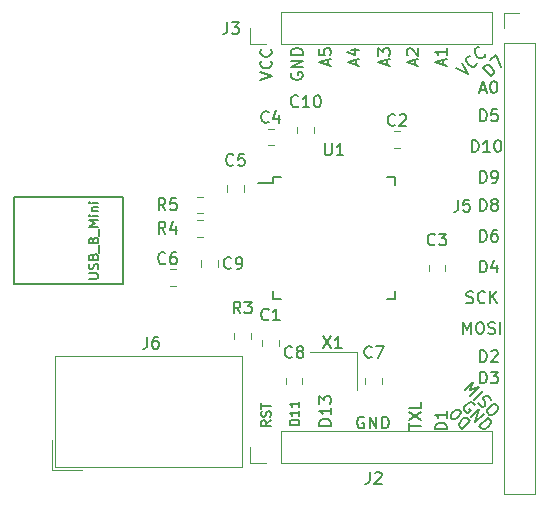
<source format=gto>
G04 #@! TF.GenerationSoftware,KiCad,Pcbnew,(5.1.5)-3*
G04 #@! TF.CreationDate,2020-09-01T22:55:03-05:00*
G04 #@! TF.ProjectId,PikateaTPM,50696b61-7465-4615-9450-4d2e6b696361,rev?*
G04 #@! TF.SameCoordinates,Original*
G04 #@! TF.FileFunction,Legend,Top*
G04 #@! TF.FilePolarity,Positive*
%FSLAX46Y46*%
G04 Gerber Fmt 4.6, Leading zero omitted, Abs format (unit mm)*
G04 Created by KiCad (PCBNEW (5.1.5)-3) date 2020-09-01 22:55:03*
%MOMM*%
%LPD*%
G04 APERTURE LIST*
%ADD10C,0.150000*%
%ADD11C,0.200000*%
%ADD12C,0.120000*%
G04 APERTURE END LIST*
D10*
X135161904Y-127985291D02*
X134780952Y-128251957D01*
X135161904Y-128442434D02*
X134361904Y-128442434D01*
X134361904Y-128137672D01*
X134400000Y-128061481D01*
X134438095Y-128023386D01*
X134514285Y-127985291D01*
X134628571Y-127985291D01*
X134704761Y-128023386D01*
X134742857Y-128061481D01*
X134780952Y-128137672D01*
X134780952Y-128442434D01*
X135123809Y-127680529D02*
X135161904Y-127566243D01*
X135161904Y-127375767D01*
X135123809Y-127299576D01*
X135085714Y-127261481D01*
X135009523Y-127223386D01*
X134933333Y-127223386D01*
X134857142Y-127261481D01*
X134819047Y-127299576D01*
X134780952Y-127375767D01*
X134742857Y-127528148D01*
X134704761Y-127604338D01*
X134666666Y-127642434D01*
X134590476Y-127680529D01*
X134514285Y-127680529D01*
X134438095Y-127642434D01*
X134400000Y-127604338D01*
X134361904Y-127528148D01*
X134361904Y-127337672D01*
X134400000Y-127223386D01*
X134361904Y-126994815D02*
X134361904Y-126537672D01*
X135161904Y-126766243D02*
X134361904Y-126766243D01*
X134252380Y-99133333D02*
X135252380Y-98800000D01*
X134252380Y-98466666D01*
X135157142Y-97561904D02*
X135204761Y-97609523D01*
X135252380Y-97752380D01*
X135252380Y-97847619D01*
X135204761Y-97990476D01*
X135109523Y-98085714D01*
X135014285Y-98133333D01*
X134823809Y-98180952D01*
X134680952Y-98180952D01*
X134490476Y-98133333D01*
X134395238Y-98085714D01*
X134300000Y-97990476D01*
X134252380Y-97847619D01*
X134252380Y-97752380D01*
X134300000Y-97609523D01*
X134347619Y-97561904D01*
X135157142Y-96561904D02*
X135204761Y-96609523D01*
X135252380Y-96752380D01*
X135252380Y-96847619D01*
X135204761Y-96990476D01*
X135109523Y-97085714D01*
X135014285Y-97133333D01*
X134823809Y-97180952D01*
X134680952Y-97180952D01*
X134490476Y-97133333D01*
X134395238Y-97085714D01*
X134300000Y-96990476D01*
X134252380Y-96847619D01*
X134252380Y-96752380D01*
X134300000Y-96609523D01*
X134347619Y-96561904D01*
X136900000Y-98561904D02*
X136852380Y-98657142D01*
X136852380Y-98800000D01*
X136900000Y-98942857D01*
X136995238Y-99038095D01*
X137090476Y-99085714D01*
X137280952Y-99133333D01*
X137423809Y-99133333D01*
X137614285Y-99085714D01*
X137709523Y-99038095D01*
X137804761Y-98942857D01*
X137852380Y-98800000D01*
X137852380Y-98704761D01*
X137804761Y-98561904D01*
X137757142Y-98514285D01*
X137423809Y-98514285D01*
X137423809Y-98704761D01*
X137852380Y-98085714D02*
X136852380Y-98085714D01*
X137852380Y-97514285D01*
X136852380Y-97514285D01*
X137852380Y-97038095D02*
X136852380Y-97038095D01*
X136852380Y-96800000D01*
X136900000Y-96657142D01*
X136995238Y-96561904D01*
X137090476Y-96514285D01*
X137280952Y-96466666D01*
X137423809Y-96466666D01*
X137614285Y-96514285D01*
X137709523Y-96561904D01*
X137804761Y-96657142D01*
X137852380Y-96800000D01*
X137852380Y-97038095D01*
X137561904Y-128368624D02*
X136761904Y-128368624D01*
X136761904Y-128178148D01*
X136800000Y-128063862D01*
X136876190Y-127987672D01*
X136952380Y-127949576D01*
X137104761Y-127911481D01*
X137219047Y-127911481D01*
X137371428Y-127949576D01*
X137447619Y-127987672D01*
X137523809Y-128063862D01*
X137561904Y-128178148D01*
X137561904Y-128368624D01*
X137561904Y-127149576D02*
X137561904Y-127606719D01*
X137561904Y-127378148D02*
X136761904Y-127378148D01*
X136876190Y-127454338D01*
X136952380Y-127530529D01*
X136990476Y-127606719D01*
X137561904Y-126387672D02*
X137561904Y-126844815D01*
X137561904Y-126616243D02*
X136761904Y-126616243D01*
X136876190Y-126692434D01*
X136952380Y-126768624D01*
X136990476Y-126844815D01*
X140252380Y-128414285D02*
X139252380Y-128414285D01*
X139252380Y-128176190D01*
X139300000Y-128033333D01*
X139395238Y-127938095D01*
X139490476Y-127890476D01*
X139680952Y-127842857D01*
X139823809Y-127842857D01*
X140014285Y-127890476D01*
X140109523Y-127938095D01*
X140204761Y-128033333D01*
X140252380Y-128176190D01*
X140252380Y-128414285D01*
X140252380Y-126890476D02*
X140252380Y-127461904D01*
X140252380Y-127176190D02*
X139252380Y-127176190D01*
X139395238Y-127271428D01*
X139490476Y-127366666D01*
X139538095Y-127461904D01*
X139252380Y-126557142D02*
X139252380Y-125938095D01*
X139633333Y-126271428D01*
X139633333Y-126128571D01*
X139680952Y-126033333D01*
X139728571Y-125985714D01*
X139823809Y-125938095D01*
X140061904Y-125938095D01*
X140157142Y-125985714D01*
X140204761Y-126033333D01*
X140252380Y-126128571D01*
X140252380Y-126414285D01*
X140204761Y-126509523D01*
X140157142Y-126557142D01*
X143038095Y-127700000D02*
X142942857Y-127652380D01*
X142800000Y-127652380D01*
X142657142Y-127700000D01*
X142561904Y-127795238D01*
X142514285Y-127890476D01*
X142466666Y-128080952D01*
X142466666Y-128223809D01*
X142514285Y-128414285D01*
X142561904Y-128509523D01*
X142657142Y-128604761D01*
X142800000Y-128652380D01*
X142895238Y-128652380D01*
X143038095Y-128604761D01*
X143085714Y-128557142D01*
X143085714Y-128223809D01*
X142895238Y-128223809D01*
X143514285Y-128652380D02*
X143514285Y-127652380D01*
X144085714Y-128652380D01*
X144085714Y-127652380D01*
X144561904Y-128652380D02*
X144561904Y-127652380D01*
X144800000Y-127652380D01*
X144942857Y-127700000D01*
X145038095Y-127795238D01*
X145085714Y-127890476D01*
X145133333Y-128080952D01*
X145133333Y-128223809D01*
X145085714Y-128414285D01*
X145038095Y-128509523D01*
X144942857Y-128604761D01*
X144800000Y-128652380D01*
X144561904Y-128652380D01*
X146852380Y-128766666D02*
X146852380Y-128195238D01*
X147852380Y-128480952D02*
X146852380Y-128480952D01*
X146852380Y-127957142D02*
X147852380Y-127290476D01*
X146852380Y-127290476D02*
X147852380Y-127957142D01*
X147852380Y-126433333D02*
X147852380Y-126909523D01*
X146852380Y-126909523D01*
X150052380Y-128738095D02*
X149052380Y-128738095D01*
X149052380Y-128500000D01*
X149100000Y-128357142D01*
X149195238Y-128261904D01*
X149290476Y-128214285D01*
X149480952Y-128166666D01*
X149623809Y-128166666D01*
X149814285Y-128214285D01*
X149909523Y-128261904D01*
X150004761Y-128357142D01*
X150052380Y-128500000D01*
X150052380Y-128738095D01*
X150052380Y-127214285D02*
X150052380Y-127785714D01*
X150052380Y-127500000D02*
X149052380Y-127500000D01*
X149195238Y-127595238D01*
X149290476Y-127690476D01*
X149338095Y-127785714D01*
X152041793Y-128002030D02*
X151334687Y-128709137D01*
X151166328Y-128540778D01*
X151098984Y-128406091D01*
X151098984Y-128271404D01*
X151132656Y-128170389D01*
X151233671Y-128002030D01*
X151334687Y-127901015D01*
X151503045Y-127799999D01*
X151604061Y-127766328D01*
X151738748Y-127766328D01*
X151873435Y-127833671D01*
X152041793Y-128002030D01*
X150492893Y-127867343D02*
X150425549Y-127800000D01*
X150391877Y-127698984D01*
X150391877Y-127631641D01*
X150425549Y-127530625D01*
X150526564Y-127362267D01*
X150694923Y-127193908D01*
X150863282Y-127092893D01*
X150964297Y-127059221D01*
X151031641Y-127059221D01*
X151132656Y-127092893D01*
X151200000Y-127160236D01*
X151233671Y-127261251D01*
X151233671Y-127328595D01*
X151200000Y-127429610D01*
X151098984Y-127597969D01*
X150930625Y-127766328D01*
X150762267Y-127867343D01*
X150661251Y-127901015D01*
X150593908Y-127901015D01*
X150492893Y-127867343D01*
X152414805Y-126707698D02*
X152381133Y-126606683D01*
X152280118Y-126505668D01*
X152145431Y-126438324D01*
X152010744Y-126438324D01*
X151909729Y-126471996D01*
X151741370Y-126573011D01*
X151640355Y-126674026D01*
X151539339Y-126842385D01*
X151505668Y-126943400D01*
X151505668Y-127078087D01*
X151573011Y-127212774D01*
X151640355Y-127280118D01*
X151775042Y-127347461D01*
X151842385Y-127347461D01*
X152078087Y-127111759D01*
X151943400Y-126977072D01*
X152078087Y-127717851D02*
X152785194Y-127010744D01*
X152482148Y-128121912D01*
X153189255Y-127414805D01*
X152818866Y-128458629D02*
X153525973Y-127751522D01*
X153694331Y-127919881D01*
X153761675Y-128054568D01*
X153761675Y-128189255D01*
X153728003Y-128290270D01*
X153626988Y-128458629D01*
X153525973Y-128559644D01*
X153357614Y-128660660D01*
X153256599Y-128694331D01*
X153121912Y-128694331D01*
X152987225Y-128626988D01*
X152818866Y-128458629D01*
X152861904Y-123052380D02*
X152861904Y-122052380D01*
X153100000Y-122052380D01*
X153242857Y-122100000D01*
X153338095Y-122195238D01*
X153385714Y-122290476D01*
X153433333Y-122480952D01*
X153433333Y-122623809D01*
X153385714Y-122814285D01*
X153338095Y-122909523D01*
X153242857Y-123004761D01*
X153100000Y-123052380D01*
X152861904Y-123052380D01*
X153814285Y-122147619D02*
X153861904Y-122100000D01*
X153957142Y-122052380D01*
X154195238Y-122052380D01*
X154290476Y-122100000D01*
X154338095Y-122147619D01*
X154385714Y-122242857D01*
X154385714Y-122338095D01*
X154338095Y-122480952D01*
X153766666Y-123052380D01*
X154385714Y-123052380D01*
X152861904Y-124852380D02*
X152861904Y-123852380D01*
X153100000Y-123852380D01*
X153242857Y-123900000D01*
X153338095Y-123995238D01*
X153385714Y-124090476D01*
X153433333Y-124280952D01*
X153433333Y-124423809D01*
X153385714Y-124614285D01*
X153338095Y-124709523D01*
X153242857Y-124804761D01*
X153100000Y-124852380D01*
X152861904Y-124852380D01*
X153766666Y-123852380D02*
X154385714Y-123852380D01*
X154052380Y-124233333D01*
X154195238Y-124233333D01*
X154290476Y-124280952D01*
X154338095Y-124328571D01*
X154385714Y-124423809D01*
X154385714Y-124661904D01*
X154338095Y-124757142D01*
X154290476Y-124804761D01*
X154195238Y-124852380D01*
X153909523Y-124852380D01*
X153814285Y-124804761D01*
X153766666Y-124757142D01*
X151568950Y-125408713D02*
X152276057Y-124701607D01*
X152006683Y-125442385D01*
X152747461Y-125173011D01*
X152040355Y-125880118D01*
X152377072Y-126216835D02*
X153084179Y-125509729D01*
X152713790Y-126486209D02*
X152781133Y-126620896D01*
X152949492Y-126789255D01*
X153050507Y-126822927D01*
X153117851Y-126822927D01*
X153218866Y-126789255D01*
X153286209Y-126721912D01*
X153319881Y-126620896D01*
X153319881Y-126553553D01*
X153286209Y-126452538D01*
X153185194Y-126284179D01*
X153151522Y-126183164D01*
X153151522Y-126115820D01*
X153185194Y-126014805D01*
X153252538Y-125947461D01*
X153353553Y-125913790D01*
X153420896Y-125913790D01*
X153521912Y-125947461D01*
X153690270Y-126115820D01*
X153757614Y-126250507D01*
X154229018Y-126654568D02*
X154363705Y-126789255D01*
X154397377Y-126890270D01*
X154397377Y-127024957D01*
X154296362Y-127193316D01*
X154060660Y-127429018D01*
X153892301Y-127530034D01*
X153757614Y-127530034D01*
X153656599Y-127496362D01*
X153521912Y-127361675D01*
X153488240Y-127260660D01*
X153488240Y-127125973D01*
X153589255Y-126957614D01*
X153824957Y-126721912D01*
X153993316Y-126620896D01*
X154128003Y-126620896D01*
X154229018Y-126654568D01*
X151428571Y-120652380D02*
X151428571Y-119652380D01*
X151761904Y-120366666D01*
X152095238Y-119652380D01*
X152095238Y-120652380D01*
X152761904Y-119652380D02*
X152952380Y-119652380D01*
X153047619Y-119700000D01*
X153142857Y-119795238D01*
X153190476Y-119985714D01*
X153190476Y-120319047D01*
X153142857Y-120509523D01*
X153047619Y-120604761D01*
X152952380Y-120652380D01*
X152761904Y-120652380D01*
X152666666Y-120604761D01*
X152571428Y-120509523D01*
X152523809Y-120319047D01*
X152523809Y-119985714D01*
X152571428Y-119795238D01*
X152666666Y-119700000D01*
X152761904Y-119652380D01*
X153571428Y-120604761D02*
X153714285Y-120652380D01*
X153952380Y-120652380D01*
X154047619Y-120604761D01*
X154095238Y-120557142D01*
X154142857Y-120461904D01*
X154142857Y-120366666D01*
X154095238Y-120271428D01*
X154047619Y-120223809D01*
X153952380Y-120176190D01*
X153761904Y-120128571D01*
X153666666Y-120080952D01*
X153619047Y-120033333D01*
X153571428Y-119938095D01*
X153571428Y-119842857D01*
X153619047Y-119747619D01*
X153666666Y-119700000D01*
X153761904Y-119652380D01*
X154000000Y-119652380D01*
X154142857Y-119700000D01*
X154571428Y-120652380D02*
X154571428Y-119652380D01*
X151714285Y-118004761D02*
X151857142Y-118052380D01*
X152095238Y-118052380D01*
X152190476Y-118004761D01*
X152238095Y-117957142D01*
X152285714Y-117861904D01*
X152285714Y-117766666D01*
X152238095Y-117671428D01*
X152190476Y-117623809D01*
X152095238Y-117576190D01*
X151904761Y-117528571D01*
X151809523Y-117480952D01*
X151761904Y-117433333D01*
X151714285Y-117338095D01*
X151714285Y-117242857D01*
X151761904Y-117147619D01*
X151809523Y-117100000D01*
X151904761Y-117052380D01*
X152142857Y-117052380D01*
X152285714Y-117100000D01*
X153285714Y-117957142D02*
X153238095Y-118004761D01*
X153095238Y-118052380D01*
X153000000Y-118052380D01*
X152857142Y-118004761D01*
X152761904Y-117909523D01*
X152714285Y-117814285D01*
X152666666Y-117623809D01*
X152666666Y-117480952D01*
X152714285Y-117290476D01*
X152761904Y-117195238D01*
X152857142Y-117100000D01*
X153000000Y-117052380D01*
X153095238Y-117052380D01*
X153238095Y-117100000D01*
X153285714Y-117147619D01*
X153714285Y-118052380D02*
X153714285Y-117052380D01*
X154285714Y-118052380D02*
X153857142Y-117480952D01*
X154285714Y-117052380D02*
X153714285Y-117623809D01*
X152861904Y-115452380D02*
X152861904Y-114452380D01*
X153100000Y-114452380D01*
X153242857Y-114500000D01*
X153338095Y-114595238D01*
X153385714Y-114690476D01*
X153433333Y-114880952D01*
X153433333Y-115023809D01*
X153385714Y-115214285D01*
X153338095Y-115309523D01*
X153242857Y-115404761D01*
X153100000Y-115452380D01*
X152861904Y-115452380D01*
X154290476Y-114785714D02*
X154290476Y-115452380D01*
X154052380Y-114404761D02*
X153814285Y-115119047D01*
X154433333Y-115119047D01*
X152861904Y-112852380D02*
X152861904Y-111852380D01*
X153100000Y-111852380D01*
X153242857Y-111900000D01*
X153338095Y-111995238D01*
X153385714Y-112090476D01*
X153433333Y-112280952D01*
X153433333Y-112423809D01*
X153385714Y-112614285D01*
X153338095Y-112709523D01*
X153242857Y-112804761D01*
X153100000Y-112852380D01*
X152861904Y-112852380D01*
X154290476Y-111852380D02*
X154100000Y-111852380D01*
X154004761Y-111900000D01*
X153957142Y-111947619D01*
X153861904Y-112090476D01*
X153814285Y-112280952D01*
X153814285Y-112661904D01*
X153861904Y-112757142D01*
X153909523Y-112804761D01*
X154004761Y-112852380D01*
X154195238Y-112852380D01*
X154290476Y-112804761D01*
X154338095Y-112757142D01*
X154385714Y-112661904D01*
X154385714Y-112423809D01*
X154338095Y-112328571D01*
X154290476Y-112280952D01*
X154195238Y-112233333D01*
X154004761Y-112233333D01*
X153909523Y-112280952D01*
X153861904Y-112328571D01*
X153814285Y-112423809D01*
X152861904Y-110252380D02*
X152861904Y-109252380D01*
X153100000Y-109252380D01*
X153242857Y-109300000D01*
X153338095Y-109395238D01*
X153385714Y-109490476D01*
X153433333Y-109680952D01*
X153433333Y-109823809D01*
X153385714Y-110014285D01*
X153338095Y-110109523D01*
X153242857Y-110204761D01*
X153100000Y-110252380D01*
X152861904Y-110252380D01*
X154004761Y-109680952D02*
X153909523Y-109633333D01*
X153861904Y-109585714D01*
X153814285Y-109490476D01*
X153814285Y-109442857D01*
X153861904Y-109347619D01*
X153909523Y-109300000D01*
X154004761Y-109252380D01*
X154195238Y-109252380D01*
X154290476Y-109300000D01*
X154338095Y-109347619D01*
X154385714Y-109442857D01*
X154385714Y-109490476D01*
X154338095Y-109585714D01*
X154290476Y-109633333D01*
X154195238Y-109680952D01*
X154004761Y-109680952D01*
X153909523Y-109728571D01*
X153861904Y-109776190D01*
X153814285Y-109871428D01*
X153814285Y-110061904D01*
X153861904Y-110157142D01*
X153909523Y-110204761D01*
X154004761Y-110252380D01*
X154195238Y-110252380D01*
X154290476Y-110204761D01*
X154338095Y-110157142D01*
X154385714Y-110061904D01*
X154385714Y-109871428D01*
X154338095Y-109776190D01*
X154290476Y-109728571D01*
X154195238Y-109680952D01*
X152861904Y-107852380D02*
X152861904Y-106852380D01*
X153100000Y-106852380D01*
X153242857Y-106900000D01*
X153338095Y-106995238D01*
X153385714Y-107090476D01*
X153433333Y-107280952D01*
X153433333Y-107423809D01*
X153385714Y-107614285D01*
X153338095Y-107709523D01*
X153242857Y-107804761D01*
X153100000Y-107852380D01*
X152861904Y-107852380D01*
X153909523Y-107852380D02*
X154100000Y-107852380D01*
X154195238Y-107804761D01*
X154242857Y-107757142D01*
X154338095Y-107614285D01*
X154385714Y-107423809D01*
X154385714Y-107042857D01*
X154338095Y-106947619D01*
X154290476Y-106900000D01*
X154195238Y-106852380D01*
X154004761Y-106852380D01*
X153909523Y-106900000D01*
X153861904Y-106947619D01*
X153814285Y-107042857D01*
X153814285Y-107280952D01*
X153861904Y-107376190D01*
X153909523Y-107423809D01*
X154004761Y-107471428D01*
X154195238Y-107471428D01*
X154290476Y-107423809D01*
X154338095Y-107376190D01*
X154385714Y-107280952D01*
X152185714Y-105252380D02*
X152185714Y-104252380D01*
X152423809Y-104252380D01*
X152566666Y-104300000D01*
X152661904Y-104395238D01*
X152709523Y-104490476D01*
X152757142Y-104680952D01*
X152757142Y-104823809D01*
X152709523Y-105014285D01*
X152661904Y-105109523D01*
X152566666Y-105204761D01*
X152423809Y-105252380D01*
X152185714Y-105252380D01*
X153709523Y-105252380D02*
X153138095Y-105252380D01*
X153423809Y-105252380D02*
X153423809Y-104252380D01*
X153328571Y-104395238D01*
X153233333Y-104490476D01*
X153138095Y-104538095D01*
X154328571Y-104252380D02*
X154423809Y-104252380D01*
X154519047Y-104300000D01*
X154566666Y-104347619D01*
X154614285Y-104442857D01*
X154661904Y-104633333D01*
X154661904Y-104871428D01*
X154614285Y-105061904D01*
X154566666Y-105157142D01*
X154519047Y-105204761D01*
X154423809Y-105252380D01*
X154328571Y-105252380D01*
X154233333Y-105204761D01*
X154185714Y-105157142D01*
X154138095Y-105061904D01*
X154090476Y-104871428D01*
X154090476Y-104633333D01*
X154138095Y-104442857D01*
X154185714Y-104347619D01*
X154233333Y-104300000D01*
X154328571Y-104252380D01*
X152861904Y-102652380D02*
X152861904Y-101652380D01*
X153100000Y-101652380D01*
X153242857Y-101700000D01*
X153338095Y-101795238D01*
X153385714Y-101890476D01*
X153433333Y-102080952D01*
X153433333Y-102223809D01*
X153385714Y-102414285D01*
X153338095Y-102509523D01*
X153242857Y-102604761D01*
X153100000Y-102652380D01*
X152861904Y-102652380D01*
X154338095Y-101652380D02*
X153861904Y-101652380D01*
X153814285Y-102128571D01*
X153861904Y-102080952D01*
X153957142Y-102033333D01*
X154195238Y-102033333D01*
X154290476Y-102080952D01*
X154338095Y-102128571D01*
X154385714Y-102223809D01*
X154385714Y-102461904D01*
X154338095Y-102557142D01*
X154290476Y-102604761D01*
X154195238Y-102652380D01*
X153957142Y-102652380D01*
X153861904Y-102604761D01*
X153814285Y-102557142D01*
X152885714Y-99966666D02*
X153361904Y-99966666D01*
X152790476Y-100252380D02*
X153123809Y-99252380D01*
X153457142Y-100252380D01*
X153980952Y-99252380D02*
X154076190Y-99252380D01*
X154171428Y-99300000D01*
X154219047Y-99347619D01*
X154266666Y-99442857D01*
X154314285Y-99633333D01*
X154314285Y-99871428D01*
X154266666Y-100061904D01*
X154219047Y-100157142D01*
X154171428Y-100204761D01*
X154076190Y-100252380D01*
X153980952Y-100252380D01*
X153885714Y-100204761D01*
X153838095Y-100157142D01*
X153790476Y-100061904D01*
X153742857Y-99871428D01*
X153742857Y-99633333D01*
X153790476Y-99442857D01*
X153838095Y-99347619D01*
X153885714Y-99300000D01*
X153980952Y-99252380D01*
X150869965Y-98155583D02*
X151812774Y-98626988D01*
X151341370Y-97684179D01*
X152620896Y-97684179D02*
X152620896Y-97751522D01*
X152553553Y-97886209D01*
X152486209Y-97953553D01*
X152351522Y-98020896D01*
X152216835Y-98020896D01*
X152115820Y-97987225D01*
X151947461Y-97886209D01*
X151846446Y-97785194D01*
X151745431Y-97616835D01*
X151711759Y-97515820D01*
X151711759Y-97381133D01*
X151779103Y-97246446D01*
X151846446Y-97179103D01*
X151981133Y-97111759D01*
X152048477Y-97111759D01*
X153328003Y-96977072D02*
X153328003Y-97044416D01*
X153260660Y-97179103D01*
X153193316Y-97246446D01*
X153058629Y-97313790D01*
X152923942Y-97313790D01*
X152822927Y-97280118D01*
X152654568Y-97179103D01*
X152553553Y-97078087D01*
X152452538Y-96909729D01*
X152418866Y-96808713D01*
X152418866Y-96674026D01*
X152486209Y-96539339D01*
X152553553Y-96471996D01*
X152688240Y-96404652D01*
X152755583Y-96404652D01*
X149766666Y-97914285D02*
X149766666Y-97438095D01*
X150052380Y-98009523D02*
X149052380Y-97676190D01*
X150052380Y-97342857D01*
X150052380Y-96485714D02*
X150052380Y-97057142D01*
X150052380Y-96771428D02*
X149052380Y-96771428D01*
X149195238Y-96866666D01*
X149290476Y-96961904D01*
X149338095Y-97057142D01*
X147366666Y-97914285D02*
X147366666Y-97438095D01*
X147652380Y-98009523D02*
X146652380Y-97676190D01*
X147652380Y-97342857D01*
X146747619Y-97057142D02*
X146700000Y-97009523D01*
X146652380Y-96914285D01*
X146652380Y-96676190D01*
X146700000Y-96580952D01*
X146747619Y-96533333D01*
X146842857Y-96485714D01*
X146938095Y-96485714D01*
X147080952Y-96533333D01*
X147652380Y-97104761D01*
X147652380Y-96485714D01*
X144966666Y-97914285D02*
X144966666Y-97438095D01*
X145252380Y-98009523D02*
X144252380Y-97676190D01*
X145252380Y-97342857D01*
X144252380Y-97104761D02*
X144252380Y-96485714D01*
X144633333Y-96819047D01*
X144633333Y-96676190D01*
X144680952Y-96580952D01*
X144728571Y-96533333D01*
X144823809Y-96485714D01*
X145061904Y-96485714D01*
X145157142Y-96533333D01*
X145204761Y-96580952D01*
X145252380Y-96676190D01*
X145252380Y-96961904D01*
X145204761Y-97057142D01*
X145157142Y-97104761D01*
X142366666Y-97914285D02*
X142366666Y-97438095D01*
X142652380Y-98009523D02*
X141652380Y-97676190D01*
X142652380Y-97342857D01*
X141985714Y-96580952D02*
X142652380Y-96580952D01*
X141604761Y-96819047D02*
X142319047Y-97057142D01*
X142319047Y-96438095D01*
X139966666Y-97914285D02*
X139966666Y-97438095D01*
X140252380Y-98009523D02*
X139252380Y-97676190D01*
X140252380Y-97342857D01*
X139252380Y-96533333D02*
X139252380Y-97009523D01*
X139728571Y-97057142D01*
X139680952Y-97009523D01*
X139633333Y-96914285D01*
X139633333Y-96676190D01*
X139680952Y-96580952D01*
X139728571Y-96533333D01*
X139823809Y-96485714D01*
X140061904Y-96485714D01*
X140157142Y-96533333D01*
X140204761Y-96580952D01*
X140252380Y-96676190D01*
X140252380Y-96914285D01*
X140204761Y-97009523D01*
X140157142Y-97057142D01*
X153797969Y-98841793D02*
X153090862Y-98134687D01*
X153259221Y-97966328D01*
X153393908Y-97898984D01*
X153528595Y-97898984D01*
X153629610Y-97932656D01*
X153797969Y-98033671D01*
X153898984Y-98134687D01*
X154000000Y-98303045D01*
X154033671Y-98404061D01*
X154033671Y-98538748D01*
X153966328Y-98673435D01*
X153797969Y-98841793D01*
X153730625Y-97494923D02*
X154202030Y-97023519D01*
X154606091Y-98033671D01*
D11*
X122634478Y-116400000D02*
X122634478Y-109100000D01*
X122634478Y-109100000D02*
X113434478Y-109100000D01*
X113434478Y-109100000D02*
X113434478Y-116400000D01*
X113434478Y-116400000D02*
X122634478Y-116400000D01*
D12*
X129441499Y-110446214D02*
X128924343Y-110446214D01*
X129441499Y-109026214D02*
X128924343Y-109026214D01*
X129441499Y-112430594D02*
X128924343Y-112430594D01*
X129441499Y-111010594D02*
X128924343Y-111010594D01*
X133465022Y-120590164D02*
X133465022Y-121107320D01*
X132045022Y-120590164D02*
X132045022Y-121107320D01*
X137402616Y-103644776D02*
X137402616Y-103127620D01*
X138822616Y-103644776D02*
X138822616Y-103127620D01*
X129266890Y-114955742D02*
X129266890Y-114438586D01*
X130686890Y-114955742D02*
X130686890Y-114438586D01*
X136410658Y-124877642D02*
X136410658Y-124360486D01*
X137830658Y-124877642D02*
X137830658Y-124360486D01*
X144577550Y-124360486D02*
X144577550Y-124877642D01*
X143157550Y-124360486D02*
X143157550Y-124877642D01*
X127115150Y-116597792D02*
X126597994Y-116597792D01*
X127115150Y-115177792D02*
X126597994Y-115177792D01*
X131449486Y-108605544D02*
X131449486Y-108088388D01*
X132869486Y-108605544D02*
X132869486Y-108088388D01*
X134877700Y-103271512D02*
X135394856Y-103271512D01*
X134877700Y-104691512D02*
X135394856Y-104691512D01*
X149935376Y-114835462D02*
X149935376Y-115352618D01*
X148515376Y-114835462D02*
X148515376Y-115352618D01*
X146110263Y-104889775D02*
X145593107Y-104889775D01*
X146110263Y-103469775D02*
X145593107Y-103469775D01*
X135846051Y-121185274D02*
X135846051Y-121702430D01*
X134426051Y-121185274D02*
X134426051Y-121702430D01*
X154870000Y-93470000D02*
X156200000Y-93470000D01*
X154870000Y-94800000D02*
X154870000Y-93470000D01*
X154870000Y-96070000D02*
X157530000Y-96070000D01*
X157530000Y-96070000D02*
X157530000Y-134230000D01*
X154870000Y-96070000D02*
X154870000Y-134230000D01*
X154870000Y-134230000D02*
X157530000Y-134230000D01*
X142493868Y-125425104D02*
X142493868Y-122225104D01*
X142493868Y-122225104D02*
X138493868Y-122225104D01*
X116900000Y-122555000D02*
X132680000Y-122555000D01*
X132680000Y-122555000D02*
X132680000Y-131905000D01*
X132680000Y-131905000D02*
X116900000Y-131905000D01*
X116900000Y-131905000D02*
X116900000Y-122555000D01*
X116650000Y-132155000D02*
X119190000Y-132155000D01*
X116650000Y-132155000D02*
X116650000Y-129615000D01*
X153860000Y-96080000D02*
X153860000Y-93420000D01*
X136020000Y-96080000D02*
X153860000Y-96080000D01*
X136020000Y-93420000D02*
X153860000Y-93420000D01*
X136020000Y-96080000D02*
X136020000Y-93420000D01*
X134750000Y-96080000D02*
X133420000Y-96080000D01*
X133420000Y-96080000D02*
X133420000Y-94750000D01*
X153860000Y-131580000D02*
X153860000Y-128920000D01*
X136020000Y-131580000D02*
X153860000Y-131580000D01*
X136020000Y-128920000D02*
X153860000Y-128920000D01*
X136020000Y-131580000D02*
X136020000Y-128920000D01*
X134750000Y-131580000D02*
X133420000Y-131580000D01*
X133420000Y-131580000D02*
X133420000Y-130250000D01*
D10*
X135318868Y-107914157D02*
X134043868Y-107914157D01*
X145668868Y-107339157D02*
X144993868Y-107339157D01*
X145668868Y-117689157D02*
X144993868Y-117689157D01*
X135318868Y-117689157D02*
X135993868Y-117689157D01*
X135318868Y-107339157D02*
X135993868Y-107339157D01*
X135318868Y-117689157D02*
X135318868Y-117014157D01*
X145668868Y-117689157D02*
X145668868Y-117014157D01*
X145668868Y-107339157D02*
X145668868Y-108014157D01*
X135318868Y-107339157D02*
X135318868Y-107914157D01*
X119736382Y-115989047D02*
X120384001Y-115989047D01*
X120460192Y-115950952D01*
X120498287Y-115912857D01*
X120536382Y-115836666D01*
X120536382Y-115684285D01*
X120498287Y-115608095D01*
X120460192Y-115570000D01*
X120384001Y-115531904D01*
X119736382Y-115531904D01*
X120498287Y-115189047D02*
X120536382Y-115074761D01*
X120536382Y-114884285D01*
X120498287Y-114808095D01*
X120460192Y-114770000D01*
X120384001Y-114731904D01*
X120307811Y-114731904D01*
X120231620Y-114770000D01*
X120193525Y-114808095D01*
X120155430Y-114884285D01*
X120117335Y-115036666D01*
X120079239Y-115112857D01*
X120041144Y-115150952D01*
X119964954Y-115189047D01*
X119888763Y-115189047D01*
X119812573Y-115150952D01*
X119774478Y-115112857D01*
X119736382Y-115036666D01*
X119736382Y-114846190D01*
X119774478Y-114731904D01*
X120117335Y-114122380D02*
X120155430Y-114008095D01*
X120193525Y-113970000D01*
X120269716Y-113931904D01*
X120384001Y-113931904D01*
X120460192Y-113970000D01*
X120498287Y-114008095D01*
X120536382Y-114084285D01*
X120536382Y-114389047D01*
X119736382Y-114389047D01*
X119736382Y-114122380D01*
X119774478Y-114046190D01*
X119812573Y-114008095D01*
X119888763Y-113970000D01*
X119964954Y-113970000D01*
X120041144Y-114008095D01*
X120079239Y-114046190D01*
X120117335Y-114122380D01*
X120117335Y-114389047D01*
X120612573Y-113779523D02*
X120612573Y-113170000D01*
X120117335Y-112712857D02*
X120155430Y-112598571D01*
X120193525Y-112560476D01*
X120269716Y-112522380D01*
X120384001Y-112522380D01*
X120460192Y-112560476D01*
X120498287Y-112598571D01*
X120536382Y-112674761D01*
X120536382Y-112979523D01*
X119736382Y-112979523D01*
X119736382Y-112712857D01*
X119774478Y-112636666D01*
X119812573Y-112598571D01*
X119888763Y-112560476D01*
X119964954Y-112560476D01*
X120041144Y-112598571D01*
X120079239Y-112636666D01*
X120117335Y-112712857D01*
X120117335Y-112979523D01*
X120612573Y-112370000D02*
X120612573Y-111760476D01*
X120536382Y-111570000D02*
X119736382Y-111570000D01*
X120307811Y-111303333D01*
X119736382Y-111036666D01*
X120536382Y-111036666D01*
X120536382Y-110655714D02*
X120003049Y-110655714D01*
X119736382Y-110655714D02*
X119774478Y-110693809D01*
X119812573Y-110655714D01*
X119774478Y-110617619D01*
X119736382Y-110655714D01*
X119812573Y-110655714D01*
X120003049Y-110274761D02*
X120536382Y-110274761D01*
X120079239Y-110274761D02*
X120041144Y-110236666D01*
X120003049Y-110160476D01*
X120003049Y-110046190D01*
X120041144Y-109970000D01*
X120117335Y-109931904D01*
X120536382Y-109931904D01*
X120536382Y-109550952D02*
X120003049Y-109550952D01*
X119736382Y-109550952D02*
X119774478Y-109589047D01*
X119812573Y-109550952D01*
X119774478Y-109512857D01*
X119736382Y-109550952D01*
X119812573Y-109550952D01*
X126238339Y-110188594D02*
X125905006Y-109712404D01*
X125666910Y-110188594D02*
X125666910Y-109188594D01*
X126047863Y-109188594D01*
X126143101Y-109236214D01*
X126190720Y-109283833D01*
X126238339Y-109379071D01*
X126238339Y-109521928D01*
X126190720Y-109617166D01*
X126143101Y-109664785D01*
X126047863Y-109712404D01*
X125666910Y-109712404D01*
X127143101Y-109188594D02*
X126666910Y-109188594D01*
X126619291Y-109664785D01*
X126666910Y-109617166D01*
X126762148Y-109569547D01*
X127000244Y-109569547D01*
X127095482Y-109617166D01*
X127143101Y-109664785D01*
X127190720Y-109760023D01*
X127190720Y-109998118D01*
X127143101Y-110093356D01*
X127095482Y-110140975D01*
X127000244Y-110188594D01*
X126762148Y-110188594D01*
X126666910Y-110140975D01*
X126619291Y-110093356D01*
X126238339Y-112172974D02*
X125905006Y-111696784D01*
X125666910Y-112172974D02*
X125666910Y-111172974D01*
X126047863Y-111172974D01*
X126143101Y-111220594D01*
X126190720Y-111268213D01*
X126238339Y-111363451D01*
X126238339Y-111506308D01*
X126190720Y-111601546D01*
X126143101Y-111649165D01*
X126047863Y-111696784D01*
X125666910Y-111696784D01*
X127095482Y-111506308D02*
X127095482Y-112172974D01*
X126857386Y-111125355D02*
X126619291Y-111839641D01*
X127238339Y-111839641D01*
X132588355Y-118919866D02*
X132255022Y-118443676D01*
X132016926Y-118919866D02*
X132016926Y-117919866D01*
X132397879Y-117919866D01*
X132493117Y-117967486D01*
X132540736Y-118015105D01*
X132588355Y-118110343D01*
X132588355Y-118253200D01*
X132540736Y-118348438D01*
X132493117Y-118396057D01*
X132397879Y-118443676D01*
X132016926Y-118443676D01*
X132921688Y-117919866D02*
X133540736Y-117919866D01*
X133207402Y-118300819D01*
X133350260Y-118300819D01*
X133445498Y-118348438D01*
X133493117Y-118396057D01*
X133540736Y-118491295D01*
X133540736Y-118729390D01*
X133493117Y-118824628D01*
X133445498Y-118872247D01*
X133350260Y-118919866D01*
X133064545Y-118919866D01*
X132969307Y-118872247D01*
X132921688Y-118824628D01*
X137469990Y-101362084D02*
X137422371Y-101409703D01*
X137279514Y-101457322D01*
X137184276Y-101457322D01*
X137041419Y-101409703D01*
X136946181Y-101314465D01*
X136898562Y-101219227D01*
X136850943Y-101028751D01*
X136850943Y-100885894D01*
X136898562Y-100695418D01*
X136946181Y-100600180D01*
X137041419Y-100504942D01*
X137184276Y-100457322D01*
X137279514Y-100457322D01*
X137422371Y-100504942D01*
X137469990Y-100552561D01*
X138422371Y-101457322D02*
X137850943Y-101457322D01*
X138136657Y-101457322D02*
X138136657Y-100457322D01*
X138041419Y-100600180D01*
X137946181Y-100695418D01*
X137850943Y-100743037D01*
X139041419Y-100457322D02*
X139136657Y-100457322D01*
X139231895Y-100504942D01*
X139279514Y-100552561D01*
X139327133Y-100647799D01*
X139374752Y-100838275D01*
X139374752Y-101076370D01*
X139327133Y-101266846D01*
X139279514Y-101362084D01*
X139231895Y-101409703D01*
X139136657Y-101457322D01*
X139041419Y-101457322D01*
X138946181Y-101409703D01*
X138898562Y-101362084D01*
X138850943Y-101266846D01*
X138803324Y-101076370D01*
X138803324Y-100838275D01*
X138850943Y-100647799D01*
X138898562Y-100552561D01*
X138946181Y-100504942D01*
X139041419Y-100457322D01*
X131794603Y-115054306D02*
X131746984Y-115101925D01*
X131604127Y-115149544D01*
X131508889Y-115149544D01*
X131366031Y-115101925D01*
X131270793Y-115006687D01*
X131223174Y-114911449D01*
X131175555Y-114720973D01*
X131175555Y-114578116D01*
X131223174Y-114387640D01*
X131270793Y-114292402D01*
X131366031Y-114197164D01*
X131508889Y-114149544D01*
X131604127Y-114149544D01*
X131746984Y-114197164D01*
X131794603Y-114244783D01*
X132270793Y-115149544D02*
X132461270Y-115149544D01*
X132556508Y-115101925D01*
X132604127Y-115054306D01*
X132699365Y-114911449D01*
X132746984Y-114720973D01*
X132746984Y-114340021D01*
X132699365Y-114244783D01*
X132651746Y-114197164D01*
X132556508Y-114149544D01*
X132366031Y-114149544D01*
X132270793Y-114197164D01*
X132223174Y-114244783D01*
X132175555Y-114340021D01*
X132175555Y-114578116D01*
X132223174Y-114673354D01*
X132270793Y-114720973D01*
X132366031Y-114768592D01*
X132556508Y-114768592D01*
X132651746Y-114720973D01*
X132699365Y-114673354D01*
X132746984Y-114578116D01*
X136953991Y-122594950D02*
X136906372Y-122642569D01*
X136763515Y-122690188D01*
X136668277Y-122690188D01*
X136525419Y-122642569D01*
X136430181Y-122547331D01*
X136382562Y-122452093D01*
X136334943Y-122261617D01*
X136334943Y-122118760D01*
X136382562Y-121928284D01*
X136430181Y-121833046D01*
X136525419Y-121737808D01*
X136668277Y-121690188D01*
X136763515Y-121690188D01*
X136906372Y-121737808D01*
X136953991Y-121785427D01*
X137525419Y-122118760D02*
X137430181Y-122071141D01*
X137382562Y-122023522D01*
X137334943Y-121928284D01*
X137334943Y-121880665D01*
X137382562Y-121785427D01*
X137430181Y-121737808D01*
X137525419Y-121690188D01*
X137715896Y-121690188D01*
X137811134Y-121737808D01*
X137858753Y-121785427D01*
X137906372Y-121880665D01*
X137906372Y-121928284D01*
X137858753Y-122023522D01*
X137811134Y-122071141D01*
X137715896Y-122118760D01*
X137525419Y-122118760D01*
X137430181Y-122166379D01*
X137382562Y-122213998D01*
X137334943Y-122309236D01*
X137334943Y-122499712D01*
X137382562Y-122594950D01*
X137430181Y-122642569D01*
X137525419Y-122690188D01*
X137715896Y-122690188D01*
X137811134Y-122642569D01*
X137858753Y-122594950D01*
X137906372Y-122499712D01*
X137906372Y-122309236D01*
X137858753Y-122213998D01*
X137811134Y-122166379D01*
X137715896Y-122118760D01*
X143700883Y-122594950D02*
X143653264Y-122642569D01*
X143510407Y-122690188D01*
X143415169Y-122690188D01*
X143272311Y-122642569D01*
X143177073Y-122547331D01*
X143129454Y-122452093D01*
X143081835Y-122261617D01*
X143081835Y-122118760D01*
X143129454Y-121928284D01*
X143177073Y-121833046D01*
X143272311Y-121737808D01*
X143415169Y-121690188D01*
X143510407Y-121690188D01*
X143653264Y-121737808D01*
X143700883Y-121785427D01*
X144034216Y-121690188D02*
X144700883Y-121690188D01*
X144272311Y-122690188D01*
X126238339Y-114657430D02*
X126190720Y-114705049D01*
X126047863Y-114752668D01*
X125952625Y-114752668D01*
X125809767Y-114705049D01*
X125714529Y-114609811D01*
X125666910Y-114514573D01*
X125619291Y-114324097D01*
X125619291Y-114181240D01*
X125666910Y-113990764D01*
X125714529Y-113895526D01*
X125809767Y-113800288D01*
X125952625Y-113752668D01*
X126047863Y-113752668D01*
X126190720Y-113800288D01*
X126238339Y-113847907D01*
X127095482Y-113752668D02*
X126905006Y-113752668D01*
X126809767Y-113800288D01*
X126762148Y-113847907D01*
X126666910Y-113990764D01*
X126619291Y-114181240D01*
X126619291Y-114562192D01*
X126666910Y-114657430D01*
X126714529Y-114705049D01*
X126809767Y-114752668D01*
X127000244Y-114752668D01*
X127095482Y-114705049D01*
X127143101Y-114657430D01*
X127190720Y-114562192D01*
X127190720Y-114324097D01*
X127143101Y-114228859D01*
X127095482Y-114181240D01*
X127000244Y-114133621D01*
X126809767Y-114133621D01*
X126714529Y-114181240D01*
X126666910Y-114228859D01*
X126619291Y-114324097D01*
X131993041Y-106323034D02*
X131945422Y-106370653D01*
X131802565Y-106418272D01*
X131707327Y-106418272D01*
X131564469Y-106370653D01*
X131469231Y-106275415D01*
X131421612Y-106180177D01*
X131373993Y-105989701D01*
X131373993Y-105846844D01*
X131421612Y-105656368D01*
X131469231Y-105561130D01*
X131564469Y-105465892D01*
X131707327Y-105418272D01*
X131802565Y-105418272D01*
X131945422Y-105465892D01*
X131993041Y-105513511D01*
X132897803Y-105418272D02*
X132421612Y-105418272D01*
X132373993Y-105894463D01*
X132421612Y-105846844D01*
X132516850Y-105799225D01*
X132754946Y-105799225D01*
X132850184Y-105846844D01*
X132897803Y-105894463D01*
X132945422Y-105989701D01*
X132945422Y-106227796D01*
X132897803Y-106323034D01*
X132850184Y-106370653D01*
X132754946Y-106418272D01*
X132516850Y-106418272D01*
X132421612Y-106370653D01*
X132373993Y-106323034D01*
X134969611Y-102688654D02*
X134921992Y-102736273D01*
X134779135Y-102783892D01*
X134683897Y-102783892D01*
X134541039Y-102736273D01*
X134445801Y-102641035D01*
X134398182Y-102545797D01*
X134350563Y-102355321D01*
X134350563Y-102212464D01*
X134398182Y-102021988D01*
X134445801Y-101926750D01*
X134541039Y-101831512D01*
X134683897Y-101783892D01*
X134779135Y-101783892D01*
X134921992Y-101831512D01*
X134969611Y-101879131D01*
X135826754Y-102117226D02*
X135826754Y-102783892D01*
X135588658Y-101736273D02*
X135350563Y-102450559D01*
X135969611Y-102450559D01*
X149058709Y-113069926D02*
X149011090Y-113117545D01*
X148868233Y-113165164D01*
X148772995Y-113165164D01*
X148630137Y-113117545D01*
X148534899Y-113022307D01*
X148487280Y-112927069D01*
X148439661Y-112736593D01*
X148439661Y-112593736D01*
X148487280Y-112403260D01*
X148534899Y-112308022D01*
X148630137Y-112212784D01*
X148772995Y-112165164D01*
X148868233Y-112165164D01*
X149011090Y-112212784D01*
X149058709Y-112260403D01*
X149392042Y-112165164D02*
X150011090Y-112165164D01*
X149677756Y-112546117D01*
X149820614Y-112546117D01*
X149915852Y-112593736D01*
X149963471Y-112641355D01*
X150011090Y-112736593D01*
X150011090Y-112974688D01*
X149963471Y-113069926D01*
X149915852Y-113117545D01*
X149820614Y-113165164D01*
X149534899Y-113165164D01*
X149439661Y-113117545D01*
X149392042Y-113069926D01*
X145685263Y-102949588D02*
X145637644Y-102997207D01*
X145494787Y-103044826D01*
X145399549Y-103044826D01*
X145256691Y-102997207D01*
X145161453Y-102901969D01*
X145113834Y-102806731D01*
X145066215Y-102616255D01*
X145066215Y-102473398D01*
X145113834Y-102282922D01*
X145161453Y-102187684D01*
X145256691Y-102092446D01*
X145399549Y-102044826D01*
X145494787Y-102044826D01*
X145637644Y-102092446D01*
X145685263Y-102140065D01*
X146066215Y-102140065D02*
X146113834Y-102092446D01*
X146209072Y-102044826D01*
X146447168Y-102044826D01*
X146542406Y-102092446D01*
X146590025Y-102140065D01*
X146637644Y-102235303D01*
X146637644Y-102330541D01*
X146590025Y-102473398D01*
X146018596Y-103044826D01*
X146637644Y-103044826D01*
X134969611Y-119419942D02*
X134921992Y-119467561D01*
X134779135Y-119515180D01*
X134683897Y-119515180D01*
X134541039Y-119467561D01*
X134445801Y-119372323D01*
X134398182Y-119277085D01*
X134350563Y-119086609D01*
X134350563Y-118943752D01*
X134398182Y-118753276D01*
X134445801Y-118658038D01*
X134541039Y-118562800D01*
X134683897Y-118515180D01*
X134779135Y-118515180D01*
X134921992Y-118562800D01*
X134969611Y-118610419D01*
X135921992Y-119515180D02*
X135350563Y-119515180D01*
X135636278Y-119515180D02*
X135636278Y-118515180D01*
X135541039Y-118658038D01*
X135445801Y-118753276D01*
X135350563Y-118800895D01*
X151016666Y-109302380D02*
X151016666Y-110016666D01*
X150969047Y-110159523D01*
X150873809Y-110254761D01*
X150730952Y-110302380D01*
X150635714Y-110302380D01*
X151969047Y-109302380D02*
X151492857Y-109302380D01*
X151445238Y-109778571D01*
X151492857Y-109730952D01*
X151588095Y-109683333D01*
X151826190Y-109683333D01*
X151921428Y-109730952D01*
X151969047Y-109778571D01*
X152016666Y-109873809D01*
X152016666Y-110111904D01*
X151969047Y-110207142D01*
X151921428Y-110254761D01*
X151826190Y-110302380D01*
X151588095Y-110302380D01*
X151492857Y-110254761D01*
X151445238Y-110207142D01*
X139590476Y-120852380D02*
X140257142Y-121852380D01*
X140257142Y-120852380D02*
X139590476Y-121852380D01*
X141161904Y-121852380D02*
X140590476Y-121852380D01*
X140876190Y-121852380D02*
X140876190Y-120852380D01*
X140780952Y-120995238D01*
X140685714Y-121090476D01*
X140590476Y-121138095D01*
X124682396Y-120896232D02*
X124682396Y-121610518D01*
X124634777Y-121753375D01*
X124539539Y-121848613D01*
X124396682Y-121896232D01*
X124301444Y-121896232D01*
X125587158Y-120896232D02*
X125396682Y-120896232D01*
X125301444Y-120943852D01*
X125253825Y-120991471D01*
X125158587Y-121134328D01*
X125110968Y-121324804D01*
X125110968Y-121705756D01*
X125158587Y-121800994D01*
X125206206Y-121848613D01*
X125301444Y-121896232D01*
X125491920Y-121896232D01*
X125587158Y-121848613D01*
X125634777Y-121800994D01*
X125682396Y-121705756D01*
X125682396Y-121467661D01*
X125634777Y-121372423D01*
X125587158Y-121324804D01*
X125491920Y-121277185D01*
X125301444Y-121277185D01*
X125206206Y-121324804D01*
X125158587Y-121372423D01*
X125110968Y-121467661D01*
X131466666Y-94252380D02*
X131466666Y-94966666D01*
X131419047Y-95109523D01*
X131323809Y-95204761D01*
X131180952Y-95252380D01*
X131085714Y-95252380D01*
X131847619Y-94252380D02*
X132466666Y-94252380D01*
X132133333Y-94633333D01*
X132276190Y-94633333D01*
X132371428Y-94680952D01*
X132419047Y-94728571D01*
X132466666Y-94823809D01*
X132466666Y-95061904D01*
X132419047Y-95157142D01*
X132371428Y-95204761D01*
X132276190Y-95252380D01*
X131990476Y-95252380D01*
X131895238Y-95204761D01*
X131847619Y-95157142D01*
X143534216Y-132352380D02*
X143534216Y-133066666D01*
X143486597Y-133209523D01*
X143391359Y-133304761D01*
X143248502Y-133352380D01*
X143153264Y-133352380D01*
X143962788Y-132447619D02*
X144010407Y-132400000D01*
X144105645Y-132352380D01*
X144343740Y-132352380D01*
X144438978Y-132400000D01*
X144486597Y-132447619D01*
X144534216Y-132542857D01*
X144534216Y-132638095D01*
X144486597Y-132780952D01*
X143915169Y-133352380D01*
X144534216Y-133352380D01*
X139731963Y-104516537D02*
X139731963Y-105326061D01*
X139779582Y-105421299D01*
X139827201Y-105468918D01*
X139922439Y-105516537D01*
X140112915Y-105516537D01*
X140208153Y-105468918D01*
X140255772Y-105421299D01*
X140303391Y-105326061D01*
X140303391Y-104516537D01*
X141303391Y-105516537D02*
X140731963Y-105516537D01*
X141017677Y-105516537D02*
X141017677Y-104516537D01*
X140922439Y-104659395D01*
X140827201Y-104754633D01*
X140731963Y-104802252D01*
M02*

</source>
